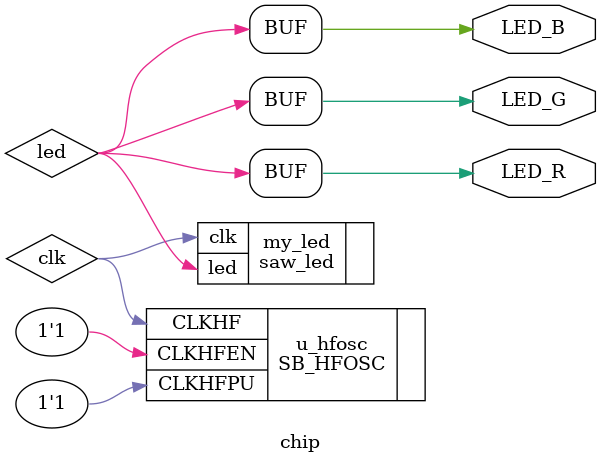
<source format=v>
module chip (
	output	LED_R,
	output	LED_G,
	output	LED_B);

	wire clk, led;

	SB_HFOSC u_hfosc (
		.CLKHFPU(1'b1),
		.CLKHFEN(1'b1),
		.CLKHF(clk)
	);

	saw_led #(28) my_led(
		.clk(clk),
		.led(led)
	);

	assign LED_R = led;
	assign LED_G = led;
	assign LED_B = led;
endmodule

</source>
